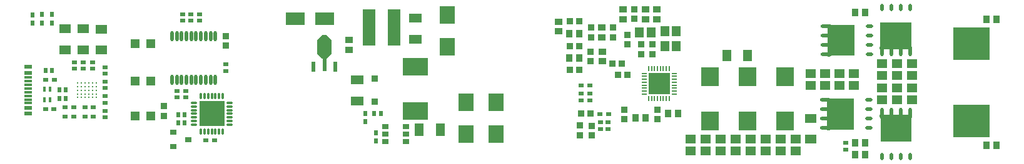
<source format=gbr>
%FSTAX23Y23*%
%MOIN*%
%SFA1B1*%

%IPPOS*%
%ADD10R,0.039370X0.023622*%
%ADD11R,0.039370X0.011811*%
%ADD12R,0.037402X0.033465*%
%ADD13R,0.055118X0.051181*%
%ADD14R,0.070866X0.051181*%
%ADD15R,0.039370X0.035433*%
%ADD16R,0.064961X0.047244*%
%ADD17R,0.070866X0.196850*%
%ADD18R,0.023622X0.055118*%
%ADD19R,0.023622X0.070866*%
%ADD20R,0.098425X0.066929*%
%ADD21R,0.023622X0.029528*%
%ADD23R,0.084646X0.096457*%
%ADD24R,0.137795X0.092520*%
%ADD25O,0.017716X0.055118*%
%ADD26O,0.007874X0.027559*%
%ADD27O,0.027559X0.007874*%
%ADD28R,0.118110X0.118110*%
%ADD29C,0.010236*%
%ADD30R,0.037402X0.025591*%
%ADD31R,0.029528X0.023622*%
%ADD32R,0.025197X0.023622*%
%ADD33R,0.051181X0.055118*%
%ADD34O,0.055118X0.019685*%
%ADD35O,0.039370X0.019685*%
%ADD36R,0.035433X0.039370*%
%ADD37R,0.096457X0.100394*%
%ADD38R,0.033465X0.037402*%
%ADD39O,0.019685X0.055118*%
%ADD40O,0.019685X0.039370*%
%ADD41R,0.047244X0.064961*%
%ADD42R,0.196850X0.177165*%
%ADD43R,0.015748X0.027559*%
%ADD44R,0.035433X0.031496*%
%ADD45R,0.023622X0.025197*%
%ADD46R,0.047244X0.047244*%
%ADD47O,0.037402X0.011811*%
%ADD48O,0.011811X0.037402*%
%ADD49R,0.131890X0.131890*%
%ADD50R,0.051181X0.070866*%
%ADD51R,0.037402X0.035433*%
%LNpcb_paste_top-1*%
%LPD*%
G36*
X05369Y01023D02*
X05369Y01022D01*
X0537Y0102*
X05371Y01017*
X05372Y01015*
X05373Y01014*
Y01002*
X052*
Y01014*
X05201Y01015*
X05202Y01017*
X05203Y0102*
X05204Y01022*
X05204Y01023*
Y01144*
X05369*
Y01023*
G37*
G36*
X04937Y01134D02*
X04939Y01133D01*
X04942Y01132*
X04944Y01131*
X04945Y01131*
X05066*
Y00966*
X04945*
X04944Y00966*
X04942Y00965*
X04939Y00964*
X04937Y00963*
X04936Y00962*
X04924*
Y01135*
X04936*
X04937Y01134*
G37*
G36*
X02279Y01051D02*
Y00977D01*
X02253Y00951*
X0223*
X02204Y00977*
Y01051*
X0223Y01077*
X02253*
X02279Y01051*
G37*
G36*
X04934Y0074D02*
X04936Y00739D01*
X04939Y00738*
X04941Y00737*
X04942Y00737*
X05063*
Y00572*
X04942*
X04941Y00572*
X04939Y00571*
X04936Y0057*
X04934Y00569*
X04933Y00568*
X04921*
Y00741*
X04933*
X04934Y0074*
G37*
G36*
X05374Y00639D02*
D01*
X05373Y00638*
X05372Y00636*
X05371Y00633*
X0537Y00631*
X0537Y0063*
Y00509*
X05205*
Y0063*
X05205Y00631*
X05204Y00633*
X05203Y00636*
X05202Y00638*
X05201Y00639*
Y00651*
X05374*
Y00639*
G37*
G54D10*
X00663Y00906D03*
Y00874D03*
Y00689D03*
Y00657D03*
G54D11*
X00663Y0085D03*
Y00831D03*
Y00811D03*
Y00791D03*
Y00772D03*
Y00752D03*
Y00732D03*
Y00713D03*
G54D12*
X01388Y00696D03*
Y00645D03*
X03661Y00937D03*
Y00989D03*
X03931Y00975D03*
Y01026D03*
X04017Y00679D03*
Y00628D03*
X0384Y00678D03*
Y00627D03*
X03665Y00541D03*
Y00592D03*
X03893Y01214D03*
Y01163D03*
X03855Y01079D03*
Y01028D03*
X03604Y00593D03*
Y00542D03*
X0378Y01116D03*
Y01064D03*
X03662D03*
Y01116D03*
X0399Y00975D03*
Y01026D03*
X01716Y01072D03*
Y01021D03*
G54D13*
X05213Y00793D03*
Y0073D03*
X04832Y00809D03*
Y00872D03*
X05373Y0073D03*
Y00793D03*
X05293Y0073D03*
Y00793D03*
X04986Y00808D03*
Y00871D03*
X04909Y00808D03*
Y00871D03*
X05213Y00924D03*
Y00861D03*
X05293Y00924D03*
Y00861D03*
X05373Y00924D03*
Y00861D03*
X05063Y00808D03*
Y00871D03*
X04752Y00458D03*
Y00521D03*
X04672Y00458D03*
Y00521D03*
X04592Y00458D03*
Y00521D03*
X04512Y00458D03*
Y00521D03*
X04432Y00458D03*
Y00521D03*
X04352Y00458D03*
Y00521D03*
X04272Y00458D03*
Y00521D03*
X04192Y00458D03*
Y00521D03*
G54D14*
X02726Y01053D03*
Y01168D03*
X02416Y00839D03*
Y00725D03*
G54D15*
X02374Y00997D03*
Y0105D03*
X03723Y00936D03*
Y00989D03*
X03489Y01096D03*
Y01149D03*
X03953Y01162D03*
Y01215D03*
X04014D03*
Y01162D03*
X03833D03*
Y01215D03*
X03721Y01064D03*
Y01117D03*
G54D16*
X01052Y00998D03*
Y01109D03*
X00956Y00999D03*
Y0111D03*
X0086Y00999D03*
Y0111D03*
X04833Y0052D03*
Y00631D03*
G54D17*
X02479Y01118D03*
X02612D03*
G54D18*
X02301Y00908D03*
X02182D03*
G54D19*
X02242Y00916D03*
G54D20*
X02085Y01163D03*
X02242D03*
G54D21*
X00688Y0114D03*
Y01185D03*
X00789Y01141D03*
Y01187D03*
X00738Y01186D03*
Y0114D03*
X02517Y00555D03*
Y0051D03*
X02459Y00613D03*
Y00658D03*
G54D23*
X02997Y00716D03*
Y00547D03*
X03155Y00716D03*
Y00547D03*
X02895Y01184D03*
Y01015D03*
G54D24*
X02726Y00672D03*
Y00908D03*
G54D25*
X0166Y0107D03*
X01635D03*
X01609D03*
X01584D03*
X01558D03*
X01532D03*
X01507D03*
X01481D03*
X01456D03*
X0143D03*
X0166Y00837D03*
X01635D03*
X01609D03*
X01584D03*
X01558D03*
X01532D03*
X01507D03*
X01481D03*
X01456D03*
X0143D03*
G54D26*
X0408Y00896D03*
X04064D03*
X04048D03*
X04033D03*
X04017D03*
X04001D03*
X03985D03*
X0397D03*
Y00737D03*
X03985D03*
X04001D03*
X04017D03*
X04033D03*
X04048D03*
X04064D03*
X0408D03*
G54D27*
X03945Y00872D03*
Y00856D03*
Y0084D03*
Y00825D03*
Y00809D03*
Y00793D03*
Y00777D03*
Y00762D03*
X04105D03*
Y00777D03*
Y00793D03*
Y00809D03*
Y00825D03*
Y0084D03*
Y00856D03*
Y00872D03*
G54D28*
X04025Y00817D03*
G54D29*
X01025Y00743D03*
X01005D03*
X00986D03*
X00966D03*
X00946D03*
X00926D03*
X01025Y00762D03*
X01005D03*
X00986D03*
X00966D03*
X00946D03*
X00926D03*
X01025Y00782D03*
X01005D03*
X00986D03*
X00966D03*
X00946D03*
X00926D03*
X01025Y00802D03*
X01005D03*
X00986D03*
X00966D03*
X00946D03*
X00926D03*
X01025Y00821D03*
X01005D03*
X00986D03*
X00966D03*
X00946D03*
X00926D03*
G54D30*
X02677Y00588D03*
Y00549D03*
Y00509D03*
X02568D03*
Y00549D03*
Y00588D03*
G54D31*
X0361Y00808D03*
X03655D03*
X0371Y00653D03*
X03755D03*
X00756Y00839D03*
X00802D03*
X00755Y00681D03*
X00801D03*
X01611Y00514D03*
X01656D03*
X00965Y00641D03*
X0101D03*
X00965Y00691D03*
X0101D03*
X00861Y00641D03*
X00907D03*
X00861Y00691D03*
X00907D03*
G54D32*
X0361Y00763D03*
Y00728D03*
X03754Y0061D03*
Y00575D03*
X05021Y005D03*
Y00465D03*
X03712Y0061D03*
Y00575D03*
X03655Y00763D03*
Y00728D03*
X01718Y00885D03*
Y0092D03*
X01072Y00793D03*
Y00828D03*
X00958Y00932D03*
Y00897D03*
X01073Y00905D03*
Y00871D03*
X01503Y00744D03*
Y00779D03*
X01458Y00744D03*
Y00779D03*
X01575Y01187D03*
Y01153D03*
X0153Y01187D03*
Y01153D03*
X01485Y01187D03*
Y01153D03*
X01005Y00897D03*
Y00932D03*
X00911Y00897D03*
Y00932D03*
X01072Y0075D03*
Y00715D03*
Y00672D03*
Y00637D03*
G54D33*
X03983Y01092D03*
X0392D03*
X04055Y01096D03*
X04118D03*
X04055Y01019D03*
X04118D03*
G54D34*
X04911Y0058D03*
Y0063D03*
Y0068D03*
Y0073D03*
X04914Y00974D03*
Y01024D03*
Y01074D03*
Y01124D03*
G54D35*
X05144Y0073D03*
Y0068D03*
Y0063D03*
Y0058D03*
X05147Y01124D03*
Y01074D03*
Y01024D03*
Y00974D03*
G54D36*
X05122Y005D03*
X05069D03*
X04127Y00656D03*
X04074D03*
X03548Y01085D03*
X03601D03*
X03548Y00954D03*
X03601D03*
X0507Y00437D03*
X05123D03*
X05071Y01197D03*
X05124D03*
X05823Y00486D03*
X0577D03*
X05824Y01162D03*
X05771D03*
X03954Y00633D03*
X03901D03*
G54D37*
X04496Y00855D03*
Y00616D03*
X04296Y00855D03*
Y00616D03*
X04696D03*
Y00855D03*
G54D38*
X03549Y00892D03*
X036D03*
X03549Y0115D03*
X036D03*
X03609Y00657D03*
X0366D03*
X036Y01019D03*
X03549D03*
X03827Y00925D03*
X03776D03*
X03856Y00863D03*
X03805D03*
G54D39*
X05213Y00661D03*
X05263D03*
X05313D03*
X05363D03*
X05362Y00992D03*
X05312D03*
X05262D03*
X05212D03*
G54D40*
X05363Y00428D03*
X05313D03*
X05263D03*
X05213D03*
X05212Y01225D03*
X05262D03*
X05312D03*
X05362D03*
G54D41*
X04497Y00968D03*
X04387D03*
G54D42*
X0569Y00618D03*
Y01031D03*
G54D43*
X00779Y00732D03*
X00751D03*
X00779Y00788D03*
X00751D03*
G54D44*
X01515Y00519D03*
X01436Y00481D03*
Y00556D03*
G54D45*
X00791Y00888D03*
X00756D03*
X01462Y00652D03*
X01496D03*
X01462Y00607D03*
X01496D03*
X00864Y00783D03*
X0083D03*
X00864Y00737D03*
X0083D03*
X02508Y00657D03*
X02543D03*
G54D46*
X01315Y0083D03*
X01232D03*
X01315Y00645D03*
X01232D03*
X01315Y01031D03*
X01232D03*
G54D47*
X01547Y00715D03*
Y00695D03*
Y00675D03*
Y00656D03*
Y00636D03*
Y00616D03*
Y00596D03*
X01736D03*
Y00616D03*
Y00636D03*
Y00656D03*
Y00675D03*
Y00695D03*
Y00715D03*
G54D48*
X01582Y00561D03*
X01602D03*
X01622D03*
X01642D03*
X01661D03*
X01681D03*
X01701D03*
Y0075D03*
X01681D03*
X01661D03*
X01642D03*
X01622D03*
X01602D03*
X01582D03*
G54D49*
X01642Y00656D03*
G54D50*
X02861Y00572D03*
X02746D03*
G54D51*
X02509Y00845D03*
Y00721D03*
M02*
</source>
